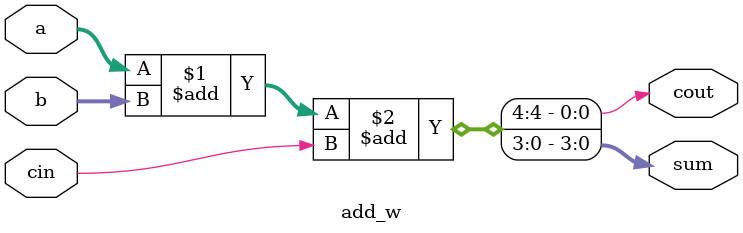
<source format=sv>
module add_w 
#(
	parameter W = 4
)
(
	input [W-1:0]      a, b,
	input               cin,
    output [W-1:0]      sum,
	output             cout
);
	
    assign {cout, sum} = a + b + cin;

endmodule 


</source>
